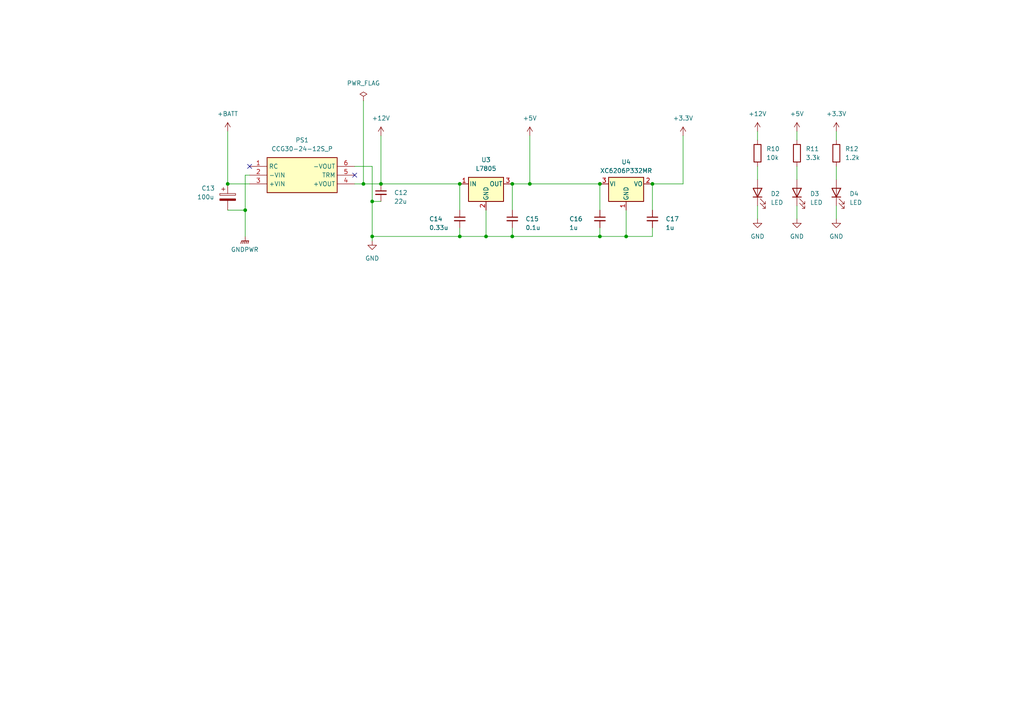
<source format=kicad_sch>
(kicad_sch (version 20230121) (generator eeschema)

  (uuid a58ec12c-fdde-4837-9b9a-1e83e0cbb2cf)

  (paper "A4")

  (lib_symbols
    (symbol "Device:C_Polarized" (pin_numbers hide) (pin_names (offset 0.254)) (in_bom yes) (on_board yes)
      (property "Reference" "C" (at 0.635 2.54 0)
        (effects (font (size 1.27 1.27)) (justify left))
      )
      (property "Value" "C_Polarized" (at 0.635 -2.54 0)
        (effects (font (size 1.27 1.27)) (justify left))
      )
      (property "Footprint" "" (at 0.9652 -3.81 0)
        (effects (font (size 1.27 1.27)) hide)
      )
      (property "Datasheet" "~" (at 0 0 0)
        (effects (font (size 1.27 1.27)) hide)
      )
      (property "ki_keywords" "cap capacitor" (at 0 0 0)
        (effects (font (size 1.27 1.27)) hide)
      )
      (property "ki_description" "Polarized capacitor" (at 0 0 0)
        (effects (font (size 1.27 1.27)) hide)
      )
      (property "ki_fp_filters" "CP_*" (at 0 0 0)
        (effects (font (size 1.27 1.27)) hide)
      )
      (symbol "C_Polarized_0_1"
        (rectangle (start -2.286 0.508) (end 2.286 1.016)
          (stroke (width 0) (type default))
          (fill (type none))
        )
        (polyline
          (pts
            (xy -1.778 2.286)
            (xy -0.762 2.286)
          )
          (stroke (width 0) (type default))
          (fill (type none))
        )
        (polyline
          (pts
            (xy -1.27 2.794)
            (xy -1.27 1.778)
          )
          (stroke (width 0) (type default))
          (fill (type none))
        )
        (rectangle (start 2.286 -0.508) (end -2.286 -1.016)
          (stroke (width 0) (type default))
          (fill (type outline))
        )
      )
      (symbol "C_Polarized_1_1"
        (pin passive line (at 0 3.81 270) (length 2.794)
          (name "~" (effects (font (size 1.27 1.27))))
          (number "1" (effects (font (size 1.27 1.27))))
        )
        (pin passive line (at 0 -3.81 90) (length 2.794)
          (name "~" (effects (font (size 1.27 1.27))))
          (number "2" (effects (font (size 1.27 1.27))))
        )
      )
    )
    (symbol "Device:C_Small" (pin_numbers hide) (pin_names (offset 0.254) hide) (in_bom yes) (on_board yes)
      (property "Reference" "C" (at 0.254 1.778 0)
        (effects (font (size 1.27 1.27)) (justify left))
      )
      (property "Value" "C_Small" (at 0.254 -2.032 0)
        (effects (font (size 1.27 1.27)) (justify left))
      )
      (property "Footprint" "" (at 0 0 0)
        (effects (font (size 1.27 1.27)) hide)
      )
      (property "Datasheet" "~" (at 0 0 0)
        (effects (font (size 1.27 1.27)) hide)
      )
      (property "ki_keywords" "capacitor cap" (at 0 0 0)
        (effects (font (size 1.27 1.27)) hide)
      )
      (property "ki_description" "Unpolarized capacitor, small symbol" (at 0 0 0)
        (effects (font (size 1.27 1.27)) hide)
      )
      (property "ki_fp_filters" "C_*" (at 0 0 0)
        (effects (font (size 1.27 1.27)) hide)
      )
      (symbol "C_Small_0_1"
        (polyline
          (pts
            (xy -1.524 -0.508)
            (xy 1.524 -0.508)
          )
          (stroke (width 0.3302) (type default))
          (fill (type none))
        )
        (polyline
          (pts
            (xy -1.524 0.508)
            (xy 1.524 0.508)
          )
          (stroke (width 0.3048) (type default))
          (fill (type none))
        )
      )
      (symbol "C_Small_1_1"
        (pin passive line (at 0 2.54 270) (length 2.032)
          (name "~" (effects (font (size 1.27 1.27))))
          (number "1" (effects (font (size 1.27 1.27))))
        )
        (pin passive line (at 0 -2.54 90) (length 2.032)
          (name "~" (effects (font (size 1.27 1.27))))
          (number "2" (effects (font (size 1.27 1.27))))
        )
      )
    )
    (symbol "Device:LED" (pin_numbers hide) (pin_names (offset 1.016) hide) (in_bom yes) (on_board yes)
      (property "Reference" "D" (at 0 2.54 0)
        (effects (font (size 1.27 1.27)))
      )
      (property "Value" "LED" (at 0 -2.54 0)
        (effects (font (size 1.27 1.27)))
      )
      (property "Footprint" "" (at 0 0 0)
        (effects (font (size 1.27 1.27)) hide)
      )
      (property "Datasheet" "~" (at 0 0 0)
        (effects (font (size 1.27 1.27)) hide)
      )
      (property "ki_keywords" "LED diode" (at 0 0 0)
        (effects (font (size 1.27 1.27)) hide)
      )
      (property "ki_description" "Light emitting diode" (at 0 0 0)
        (effects (font (size 1.27 1.27)) hide)
      )
      (property "ki_fp_filters" "LED* LED_SMD:* LED_THT:*" (at 0 0 0)
        (effects (font (size 1.27 1.27)) hide)
      )
      (symbol "LED_0_1"
        (polyline
          (pts
            (xy -1.27 -1.27)
            (xy -1.27 1.27)
          )
          (stroke (width 0.254) (type default))
          (fill (type none))
        )
        (polyline
          (pts
            (xy -1.27 0)
            (xy 1.27 0)
          )
          (stroke (width 0) (type default))
          (fill (type none))
        )
        (polyline
          (pts
            (xy 1.27 -1.27)
            (xy 1.27 1.27)
            (xy -1.27 0)
            (xy 1.27 -1.27)
          )
          (stroke (width 0.254) (type default))
          (fill (type none))
        )
        (polyline
          (pts
            (xy -3.048 -0.762)
            (xy -4.572 -2.286)
            (xy -3.81 -2.286)
            (xy -4.572 -2.286)
            (xy -4.572 -1.524)
          )
          (stroke (width 0) (type default))
          (fill (type none))
        )
        (polyline
          (pts
            (xy -1.778 -0.762)
            (xy -3.302 -2.286)
            (xy -2.54 -2.286)
            (xy -3.302 -2.286)
            (xy -3.302 -1.524)
          )
          (stroke (width 0) (type default))
          (fill (type none))
        )
      )
      (symbol "LED_1_1"
        (pin passive line (at -3.81 0 0) (length 2.54)
          (name "K" (effects (font (size 1.27 1.27))))
          (number "1" (effects (font (size 1.27 1.27))))
        )
        (pin passive line (at 3.81 0 180) (length 2.54)
          (name "A" (effects (font (size 1.27 1.27))))
          (number "2" (effects (font (size 1.27 1.27))))
        )
      )
    )
    (symbol "Device:R" (pin_numbers hide) (pin_names (offset 0)) (in_bom yes) (on_board yes)
      (property "Reference" "R" (at 2.032 0 90)
        (effects (font (size 1.27 1.27)))
      )
      (property "Value" "R" (at 0 0 90)
        (effects (font (size 1.27 1.27)))
      )
      (property "Footprint" "" (at -1.778 0 90)
        (effects (font (size 1.27 1.27)) hide)
      )
      (property "Datasheet" "~" (at 0 0 0)
        (effects (font (size 1.27 1.27)) hide)
      )
      (property "ki_keywords" "R res resistor" (at 0 0 0)
        (effects (font (size 1.27 1.27)) hide)
      )
      (property "ki_description" "Resistor" (at 0 0 0)
        (effects (font (size 1.27 1.27)) hide)
      )
      (property "ki_fp_filters" "R_*" (at 0 0 0)
        (effects (font (size 1.27 1.27)) hide)
      )
      (symbol "R_0_1"
        (rectangle (start -1.016 -2.54) (end 1.016 2.54)
          (stroke (width 0.254) (type default))
          (fill (type none))
        )
      )
      (symbol "R_1_1"
        (pin passive line (at 0 3.81 270) (length 1.27)
          (name "~" (effects (font (size 1.27 1.27))))
          (number "1" (effects (font (size 1.27 1.27))))
        )
        (pin passive line (at 0 -3.81 90) (length 1.27)
          (name "~" (effects (font (size 1.27 1.27))))
          (number "2" (effects (font (size 1.27 1.27))))
        )
      )
    )
    (symbol "Regulator_Linear:L7805" (pin_names (offset 0.254)) (in_bom yes) (on_board yes)
      (property "Reference" "U" (at -3.81 3.175 0)
        (effects (font (size 1.27 1.27)))
      )
      (property "Value" "L7805" (at 0 3.175 0)
        (effects (font (size 1.27 1.27)) (justify left))
      )
      (property "Footprint" "" (at 0.635 -3.81 0)
        (effects (font (size 1.27 1.27) italic) (justify left) hide)
      )
      (property "Datasheet" "http://www.st.com/content/ccc/resource/technical/document/datasheet/41/4f/b3/b0/12/d4/47/88/CD00000444.pdf/files/CD00000444.pdf/jcr:content/translations/en.CD00000444.pdf" (at 0 -1.27 0)
        (effects (font (size 1.27 1.27)) hide)
      )
      (property "ki_keywords" "Voltage Regulator 1.5A Positive" (at 0 0 0)
        (effects (font (size 1.27 1.27)) hide)
      )
      (property "ki_description" "Positive 1.5A 35V Linear Regulator, Fixed Output 5V, TO-220/TO-263/TO-252" (at 0 0 0)
        (effects (font (size 1.27 1.27)) hide)
      )
      (property "ki_fp_filters" "TO?252* TO?263* TO?220*" (at 0 0 0)
        (effects (font (size 1.27 1.27)) hide)
      )
      (symbol "L7805_0_1"
        (rectangle (start -5.08 1.905) (end 5.08 -5.08)
          (stroke (width 0.254) (type default))
          (fill (type background))
        )
      )
      (symbol "L7805_1_1"
        (pin power_in line (at -7.62 0 0) (length 2.54)
          (name "IN" (effects (font (size 1.27 1.27))))
          (number "1" (effects (font (size 1.27 1.27))))
        )
        (pin power_in line (at 0 -7.62 90) (length 2.54)
          (name "GND" (effects (font (size 1.27 1.27))))
          (number "2" (effects (font (size 1.27 1.27))))
        )
        (pin power_out line (at 7.62 0 180) (length 2.54)
          (name "OUT" (effects (font (size 1.27 1.27))))
          (number "3" (effects (font (size 1.27 1.27))))
        )
      )
    )
    (symbol "Regulator_Linear:XC6206PxxxMR" (pin_names (offset 0.254)) (in_bom yes) (on_board yes)
      (property "Reference" "U" (at -3.81 3.175 0)
        (effects (font (size 1.27 1.27)))
      )
      (property "Value" "XC6206PxxxMR" (at 0 3.175 0)
        (effects (font (size 1.27 1.27)) (justify left))
      )
      (property "Footprint" "Package_TO_SOT_SMD:SOT-23-3" (at 0 5.715 0)
        (effects (font (size 1.27 1.27) italic) hide)
      )
      (property "Datasheet" "https://www.torexsemi.com/file/xc6206/XC6206.pdf" (at 0 0 0)
        (effects (font (size 1.27 1.27)) hide)
      )
      (property "ki_keywords" "Torex LDO Voltage Regulator Fixed Positive" (at 0 0 0)
        (effects (font (size 1.27 1.27)) hide)
      )
      (property "ki_description" "Positive 60-250mA Low Dropout Regulator, Fixed Output, SOT-23" (at 0 0 0)
        (effects (font (size 1.27 1.27)) hide)
      )
      (property "ki_fp_filters" "SOT?23?3*" (at 0 0 0)
        (effects (font (size 1.27 1.27)) hide)
      )
      (symbol "XC6206PxxxMR_0_1"
        (rectangle (start -5.08 1.905) (end 5.08 -5.08)
          (stroke (width 0.254) (type default))
          (fill (type background))
        )
      )
      (symbol "XC6206PxxxMR_1_1"
        (pin power_in line (at 0 -7.62 90) (length 2.54)
          (name "GND" (effects (font (size 1.27 1.27))))
          (number "1" (effects (font (size 1.27 1.27))))
        )
        (pin power_out line (at 7.62 0 180) (length 2.54)
          (name "VO" (effects (font (size 1.27 1.27))))
          (number "2" (effects (font (size 1.27 1.27))))
        )
        (pin power_in line (at -7.62 0 0) (length 2.54)
          (name "VI" (effects (font (size 1.27 1.27))))
          (number "3" (effects (font (size 1.27 1.27))))
        )
      )
    )
    (symbol "my_library:CCG30-24-12S_P" (in_bom yes) (on_board yes)
      (property "Reference" "PS" (at 26.67 7.62 0)
        (effects (font (size 1.27 1.27)) (justify left top))
      )
      (property "Value" "CCG30-24-12S_P" (at 26.67 5.08 0)
        (effects (font (size 1.27 1.27)) (justify left top))
      )
      (property "Footprint" "my_pretty:CCG304815S" (at 26.67 -94.92 0)
        (effects (font (size 1.27 1.27)) (justify left top) hide)
      )
      (property "Datasheet" "https://product.tdk.com/system/files/dam/doc/product/power/switching-power/dc-dc-converter/catalog/ccg_e.pdf" (at 26.67 -194.92 0)
        (effects (font (size 1.27 1.27)) (justify left top) hide)
      )
      (property "Height" "9.9" (at 26.67 -394.92 0)
        (effects (font (size 1.27 1.27)) (justify left top) hide)
      )
      (property "RS Part Number" "" (at 26.67 -494.92 0)
        (effects (font (size 1.27 1.27)) (justify left top) hide)
      )
      (property "RS Price/Stock" "" (at 26.67 -594.92 0)
        (effects (font (size 1.27 1.27)) (justify left top) hide)
      )
      (property "Manufacturer_Name" "TDK Lambda" (at 26.67 -694.92 0)
        (effects (font (size 1.27 1.27)) (justify left top) hide)
      )
      (property "Manufacturer_Part_Number" "CCG30-24-12S/P" (at 26.67 -794.92 0)
        (effects (font (size 1.27 1.27)) (justify left top) hide)
      )
      (property "ki_description" "DC-DC Converters, On-board type, Output: 30W, 12V, Isolated type, Option: Positive logic ON/OFF control" (at 0 0 0)
        (effects (font (size 1.27 1.27)) hide)
      )
      (symbol "CCG30-24-12S_P_1_1"
        (rectangle (start 5.08 2.54) (end 25.4 -7.62)
          (stroke (width 0.254) (type default))
          (fill (type background))
        )
        (pin passive line (at 0 0 0) (length 5.08)
          (name "RC" (effects (font (size 1.27 1.27))))
          (number "1" (effects (font (size 1.27 1.27))))
        )
        (pin passive line (at 0 -2.54 0) (length 5.08)
          (name "-VIN" (effects (font (size 1.27 1.27))))
          (number "2" (effects (font (size 1.27 1.27))))
        )
        (pin passive line (at 0 -5.08 0) (length 5.08)
          (name "+VIN" (effects (font (size 1.27 1.27))))
          (number "3" (effects (font (size 1.27 1.27))))
        )
        (pin passive line (at 30.48 -5.08 180) (length 5.08)
          (name "+VOUT" (effects (font (size 1.27 1.27))))
          (number "4" (effects (font (size 1.27 1.27))))
        )
        (pin passive line (at 30.48 -2.54 180) (length 5.08)
          (name "TRM" (effects (font (size 1.27 1.27))))
          (number "5" (effects (font (size 1.27 1.27))))
        )
        (pin passive line (at 30.48 0 180) (length 5.08)
          (name "-VOUT" (effects (font (size 1.27 1.27))))
          (number "6" (effects (font (size 1.27 1.27))))
        )
      )
    )
    (symbol "power:+12V" (power) (pin_names (offset 0)) (in_bom yes) (on_board yes)
      (property "Reference" "#PWR" (at 0 -3.81 0)
        (effects (font (size 1.27 1.27)) hide)
      )
      (property "Value" "+12V" (at 0 3.556 0)
        (effects (font (size 1.27 1.27)))
      )
      (property "Footprint" "" (at 0 0 0)
        (effects (font (size 1.27 1.27)) hide)
      )
      (property "Datasheet" "" (at 0 0 0)
        (effects (font (size 1.27 1.27)) hide)
      )
      (property "ki_keywords" "global power" (at 0 0 0)
        (effects (font (size 1.27 1.27)) hide)
      )
      (property "ki_description" "Power symbol creates a global label with name \"+12V\"" (at 0 0 0)
        (effects (font (size 1.27 1.27)) hide)
      )
      (symbol "+12V_0_1"
        (polyline
          (pts
            (xy -0.762 1.27)
            (xy 0 2.54)
          )
          (stroke (width 0) (type default))
          (fill (type none))
        )
        (polyline
          (pts
            (xy 0 0)
            (xy 0 2.54)
          )
          (stroke (width 0) (type default))
          (fill (type none))
        )
        (polyline
          (pts
            (xy 0 2.54)
            (xy 0.762 1.27)
          )
          (stroke (width 0) (type default))
          (fill (type none))
        )
      )
      (symbol "+12V_1_1"
        (pin power_in line (at 0 0 90) (length 0) hide
          (name "+12V" (effects (font (size 1.27 1.27))))
          (number "1" (effects (font (size 1.27 1.27))))
        )
      )
    )
    (symbol "power:+3.3V" (power) (pin_names (offset 0)) (in_bom yes) (on_board yes)
      (property "Reference" "#PWR" (at 0 -3.81 0)
        (effects (font (size 1.27 1.27)) hide)
      )
      (property "Value" "+3.3V" (at 0 3.556 0)
        (effects (font (size 1.27 1.27)))
      )
      (property "Footprint" "" (at 0 0 0)
        (effects (font (size 1.27 1.27)) hide)
      )
      (property "Datasheet" "" (at 0 0 0)
        (effects (font (size 1.27 1.27)) hide)
      )
      (property "ki_keywords" "global power" (at 0 0 0)
        (effects (font (size 1.27 1.27)) hide)
      )
      (property "ki_description" "Power symbol creates a global label with name \"+3.3V\"" (at 0 0 0)
        (effects (font (size 1.27 1.27)) hide)
      )
      (symbol "+3.3V_0_1"
        (polyline
          (pts
            (xy -0.762 1.27)
            (xy 0 2.54)
          )
          (stroke (width 0) (type default))
          (fill (type none))
        )
        (polyline
          (pts
            (xy 0 0)
            (xy 0 2.54)
          )
          (stroke (width 0) (type default))
          (fill (type none))
        )
        (polyline
          (pts
            (xy 0 2.54)
            (xy 0.762 1.27)
          )
          (stroke (width 0) (type default))
          (fill (type none))
        )
      )
      (symbol "+3.3V_1_1"
        (pin power_in line (at 0 0 90) (length 0) hide
          (name "+3.3V" (effects (font (size 1.27 1.27))))
          (number "1" (effects (font (size 1.27 1.27))))
        )
      )
    )
    (symbol "power:+5V" (power) (pin_names (offset 0)) (in_bom yes) (on_board yes)
      (property "Reference" "#PWR" (at 0 -3.81 0)
        (effects (font (size 1.27 1.27)) hide)
      )
      (property "Value" "+5V" (at 0 3.556 0)
        (effects (font (size 1.27 1.27)))
      )
      (property "Footprint" "" (at 0 0 0)
        (effects (font (size 1.27 1.27)) hide)
      )
      (property "Datasheet" "" (at 0 0 0)
        (effects (font (size 1.27 1.27)) hide)
      )
      (property "ki_keywords" "global power" (at 0 0 0)
        (effects (font (size 1.27 1.27)) hide)
      )
      (property "ki_description" "Power symbol creates a global label with name \"+5V\"" (at 0 0 0)
        (effects (font (size 1.27 1.27)) hide)
      )
      (symbol "+5V_0_1"
        (polyline
          (pts
            (xy -0.762 1.27)
            (xy 0 2.54)
          )
          (stroke (width 0) (type default))
          (fill (type none))
        )
        (polyline
          (pts
            (xy 0 0)
            (xy 0 2.54)
          )
          (stroke (width 0) (type default))
          (fill (type none))
        )
        (polyline
          (pts
            (xy 0 2.54)
            (xy 0.762 1.27)
          )
          (stroke (width 0) (type default))
          (fill (type none))
        )
      )
      (symbol "+5V_1_1"
        (pin power_in line (at 0 0 90) (length 0) hide
          (name "+5V" (effects (font (size 1.27 1.27))))
          (number "1" (effects (font (size 1.27 1.27))))
        )
      )
    )
    (symbol "power:+BATT" (power) (pin_names (offset 0)) (in_bom yes) (on_board yes)
      (property "Reference" "#PWR" (at 0 -3.81 0)
        (effects (font (size 1.27 1.27)) hide)
      )
      (property "Value" "+BATT" (at 0 3.556 0)
        (effects (font (size 1.27 1.27)))
      )
      (property "Footprint" "" (at 0 0 0)
        (effects (font (size 1.27 1.27)) hide)
      )
      (property "Datasheet" "" (at 0 0 0)
        (effects (font (size 1.27 1.27)) hide)
      )
      (property "ki_keywords" "global power battery" (at 0 0 0)
        (effects (font (size 1.27 1.27)) hide)
      )
      (property "ki_description" "Power symbol creates a global label with name \"+BATT\"" (at 0 0 0)
        (effects (font (size 1.27 1.27)) hide)
      )
      (symbol "+BATT_0_1"
        (polyline
          (pts
            (xy -0.762 1.27)
            (xy 0 2.54)
          )
          (stroke (width 0) (type default))
          (fill (type none))
        )
        (polyline
          (pts
            (xy 0 0)
            (xy 0 2.54)
          )
          (stroke (width 0) (type default))
          (fill (type none))
        )
        (polyline
          (pts
            (xy 0 2.54)
            (xy 0.762 1.27)
          )
          (stroke (width 0) (type default))
          (fill (type none))
        )
      )
      (symbol "+BATT_1_1"
        (pin power_in line (at 0 0 90) (length 0) hide
          (name "+BATT" (effects (font (size 1.27 1.27))))
          (number "1" (effects (font (size 1.27 1.27))))
        )
      )
    )
    (symbol "power:GND" (power) (pin_names (offset 0)) (in_bom yes) (on_board yes)
      (property "Reference" "#PWR" (at 0 -6.35 0)
        (effects (font (size 1.27 1.27)) hide)
      )
      (property "Value" "GND" (at 0 -3.81 0)
        (effects (font (size 1.27 1.27)))
      )
      (property "Footprint" "" (at 0 0 0)
        (effects (font (size 1.27 1.27)) hide)
      )
      (property "Datasheet" "" (at 0 0 0)
        (effects (font (size 1.27 1.27)) hide)
      )
      (property "ki_keywords" "global power" (at 0 0 0)
        (effects (font (size 1.27 1.27)) hide)
      )
      (property "ki_description" "Power symbol creates a global label with name \"GND\" , ground" (at 0 0 0)
        (effects (font (size 1.27 1.27)) hide)
      )
      (symbol "GND_0_1"
        (polyline
          (pts
            (xy 0 0)
            (xy 0 -1.27)
            (xy 1.27 -1.27)
            (xy 0 -2.54)
            (xy -1.27 -1.27)
            (xy 0 -1.27)
          )
          (stroke (width 0) (type default))
          (fill (type none))
        )
      )
      (symbol "GND_1_1"
        (pin power_in line (at 0 0 270) (length 0) hide
          (name "GND" (effects (font (size 1.27 1.27))))
          (number "1" (effects (font (size 1.27 1.27))))
        )
      )
    )
    (symbol "power:GNDPWR" (power) (pin_names (offset 0)) (in_bom yes) (on_board yes)
      (property "Reference" "#PWR" (at 0 -5.08 0)
        (effects (font (size 1.27 1.27)) hide)
      )
      (property "Value" "GNDPWR" (at 0 -3.302 0)
        (effects (font (size 1.27 1.27)))
      )
      (property "Footprint" "" (at 0 -1.27 0)
        (effects (font (size 1.27 1.27)) hide)
      )
      (property "Datasheet" "" (at 0 -1.27 0)
        (effects (font (size 1.27 1.27)) hide)
      )
      (property "ki_keywords" "global ground" (at 0 0 0)
        (effects (font (size 1.27 1.27)) hide)
      )
      (property "ki_description" "Power symbol creates a global label with name \"GNDPWR\" , global ground" (at 0 0 0)
        (effects (font (size 1.27 1.27)) hide)
      )
      (symbol "GNDPWR_0_1"
        (polyline
          (pts
            (xy 0 -1.27)
            (xy 0 0)
          )
          (stroke (width 0) (type default))
          (fill (type none))
        )
        (polyline
          (pts
            (xy -1.016 -1.27)
            (xy -1.27 -2.032)
            (xy -1.27 -2.032)
          )
          (stroke (width 0.2032) (type default))
          (fill (type none))
        )
        (polyline
          (pts
            (xy -0.508 -1.27)
            (xy -0.762 -2.032)
            (xy -0.762 -2.032)
          )
          (stroke (width 0.2032) (type default))
          (fill (type none))
        )
        (polyline
          (pts
            (xy 0 -1.27)
            (xy -0.254 -2.032)
            (xy -0.254 -2.032)
          )
          (stroke (width 0.2032) (type default))
          (fill (type none))
        )
        (polyline
          (pts
            (xy 0.508 -1.27)
            (xy 0.254 -2.032)
            (xy 0.254 -2.032)
          )
          (stroke (width 0.2032) (type default))
          (fill (type none))
        )
        (polyline
          (pts
            (xy 1.016 -1.27)
            (xy -1.016 -1.27)
            (xy -1.016 -1.27)
          )
          (stroke (width 0.2032) (type default))
          (fill (type none))
        )
        (polyline
          (pts
            (xy 1.016 -1.27)
            (xy 0.762 -2.032)
            (xy 0.762 -2.032)
            (xy 0.762 -2.032)
          )
          (stroke (width 0.2032) (type default))
          (fill (type none))
        )
      )
      (symbol "GNDPWR_1_1"
        (pin power_in line (at 0 0 270) (length 0) hide
          (name "GNDPWR" (effects (font (size 1.27 1.27))))
          (number "1" (effects (font (size 1.27 1.27))))
        )
      )
    )
    (symbol "power:PWR_FLAG" (power) (pin_numbers hide) (pin_names (offset 0) hide) (in_bom yes) (on_board yes)
      (property "Reference" "#FLG" (at 0 1.905 0)
        (effects (font (size 1.27 1.27)) hide)
      )
      (property "Value" "PWR_FLAG" (at 0 3.81 0)
        (effects (font (size 1.27 1.27)))
      )
      (property "Footprint" "" (at 0 0 0)
        (effects (font (size 1.27 1.27)) hide)
      )
      (property "Datasheet" "~" (at 0 0 0)
        (effects (font (size 1.27 1.27)) hide)
      )
      (property "ki_keywords" "flag power" (at 0 0 0)
        (effects (font (size 1.27 1.27)) hide)
      )
      (property "ki_description" "Special symbol for telling ERC where power comes from" (at 0 0 0)
        (effects (font (size 1.27 1.27)) hide)
      )
      (symbol "PWR_FLAG_0_0"
        (pin power_out line (at 0 0 90) (length 0)
          (name "pwr" (effects (font (size 1.27 1.27))))
          (number "1" (effects (font (size 1.27 1.27))))
        )
      )
      (symbol "PWR_FLAG_0_1"
        (polyline
          (pts
            (xy 0 0)
            (xy 0 1.27)
            (xy -1.016 1.905)
            (xy 0 2.54)
            (xy 1.016 1.905)
            (xy 0 1.27)
          )
          (stroke (width 0) (type default))
          (fill (type none))
        )
      )
    )
  )

  (junction (at 181.61 68.58) (diameter 0) (color 0 0 0 0)
    (uuid 2365cf9c-d301-4ac9-9fad-5735d6663efe)
  )
  (junction (at 71.12 60.96) (diameter 0) (color 0 0 0 0)
    (uuid 24e868c1-2d31-4639-9214-d3b8fb9e74d2)
  )
  (junction (at 148.59 68.58) (diameter 0) (color 0 0 0 0)
    (uuid 292d97fa-d7aa-4968-b2fb-4251332104f7)
  )
  (junction (at 148.59 53.34) (diameter 0) (color 0 0 0 0)
    (uuid 3a8b43df-9c8b-4eb0-8fb0-5a52d6cfd29c)
  )
  (junction (at 140.97 68.58) (diameter 0) (color 0 0 0 0)
    (uuid 556b36d1-39fc-478e-aace-c982850bcb99)
  )
  (junction (at 133.35 68.58) (diameter 0) (color 0 0 0 0)
    (uuid 7b955669-9fe3-4d82-8922-6afd5e40c673)
  )
  (junction (at 173.99 53.34) (diameter 0) (color 0 0 0 0)
    (uuid 8b224211-8385-408c-a384-fcbf3b0c1cd7)
  )
  (junction (at 110.49 53.34) (diameter 0) (color 0 0 0 0)
    (uuid 9f61b46f-97a7-46e5-a6dd-e973188ebdae)
  )
  (junction (at 189.23 53.34) (diameter 0) (color 0 0 0 0)
    (uuid a33d8f3b-2f1d-4035-ada6-86ba7a112229)
  )
  (junction (at 66.04 53.34) (diameter 0) (color 0 0 0 0)
    (uuid b30c9b1d-e402-43fb-a3a9-09f6ef82ab02)
  )
  (junction (at 105.41 53.34) (diameter 0) (color 0 0 0 0)
    (uuid b67c9dba-7374-4d70-915e-ef15694a25b9)
  )
  (junction (at 133.35 53.34) (diameter 0) (color 0 0 0 0)
    (uuid b8af17f7-0405-4b0d-a3ec-8efd19b116e9)
  )
  (junction (at 153.67 53.34) (diameter 0) (color 0 0 0 0)
    (uuid bfb70fa1-63c8-4489-b5f8-831be65af5d7)
  )
  (junction (at 173.99 68.58) (diameter 0) (color 0 0 0 0)
    (uuid c4b67a7d-aa75-4a92-b073-46f7b78f453d)
  )
  (junction (at 107.95 58.42) (diameter 0) (color 0 0 0 0)
    (uuid c8a06bb0-a589-4304-bc24-44748cc97980)
  )
  (junction (at 107.95 68.58) (diameter 0) (color 0 0 0 0)
    (uuid d7413cc7-9c39-4145-993f-a190d5c5ff9c)
  )

  (no_connect (at 102.87 50.8) (uuid 9b12439a-9e1d-4361-ac56-4212131f2fb5))
  (no_connect (at 72.39 48.26) (uuid ef1d7210-9fd4-4b3b-a19b-e8d1ff799b1c))

  (wire (pts (xy 102.87 53.34) (xy 105.41 53.34))
    (stroke (width 0) (type default))
    (uuid 05324756-024b-40c6-a2b0-678fabd1908d)
  )
  (wire (pts (xy 242.57 48.26) (xy 242.57 52.07))
    (stroke (width 0) (type default))
    (uuid 104de713-80db-49e3-b3c7-e781e9b0af63)
  )
  (wire (pts (xy 107.95 48.26) (xy 107.95 58.42))
    (stroke (width 0) (type default))
    (uuid 1380f0e2-76e8-408e-b02a-786bc594dd70)
  )
  (wire (pts (xy 173.99 68.58) (xy 148.59 68.58))
    (stroke (width 0) (type default))
    (uuid 1d0647b5-2007-4ec5-8c4e-1c0667f408bd)
  )
  (wire (pts (xy 105.41 53.34) (xy 110.49 53.34))
    (stroke (width 0) (type default))
    (uuid 1fe87bf9-175c-46f1-8ecd-71212e9d0df2)
  )
  (wire (pts (xy 66.04 38.1) (xy 66.04 53.34))
    (stroke (width 0) (type default))
    (uuid 2a517e45-e9a9-43f2-8db9-d5720fd8a5bf)
  )
  (wire (pts (xy 107.95 58.42) (xy 107.95 68.58))
    (stroke (width 0) (type default))
    (uuid 2e008408-55ed-46b7-aaa9-1a36780cf8a6)
  )
  (wire (pts (xy 231.14 59.69) (xy 231.14 63.5))
    (stroke (width 0) (type default))
    (uuid 352693ad-e013-4665-ba1f-f78a651cbd4d)
  )
  (wire (pts (xy 189.23 66.04) (xy 189.23 68.58))
    (stroke (width 0) (type default))
    (uuid 3842c87d-4127-42ce-a19f-22ccc174b616)
  )
  (wire (pts (xy 189.23 68.58) (xy 181.61 68.58))
    (stroke (width 0) (type default))
    (uuid 44d6eddb-75fa-4262-994a-7df595965a84)
  )
  (wire (pts (xy 72.39 50.8) (xy 71.12 50.8))
    (stroke (width 0) (type default))
    (uuid 4a2fa6cd-01f5-42d0-aa41-b09020783b16)
  )
  (wire (pts (xy 198.12 53.34) (xy 189.23 53.34))
    (stroke (width 0) (type default))
    (uuid 4c743744-a943-4c80-8eb7-2875c4f9fb4d)
  )
  (wire (pts (xy 219.71 48.26) (xy 219.71 52.07))
    (stroke (width 0) (type default))
    (uuid 4e2c9ca4-dc7d-4dc0-81a5-b2cf94901a4a)
  )
  (wire (pts (xy 148.59 53.34) (xy 148.59 60.96))
    (stroke (width 0) (type default))
    (uuid 4e8655f1-c5a1-4eb5-a605-ae5a67a60724)
  )
  (wire (pts (xy 71.12 50.8) (xy 71.12 60.96))
    (stroke (width 0) (type default))
    (uuid 514d14e1-ce6c-4913-b5c4-a0b59b8fb3dc)
  )
  (wire (pts (xy 181.61 60.96) (xy 181.61 68.58))
    (stroke (width 0) (type default))
    (uuid 5f243130-940d-402d-a18e-33096d068282)
  )
  (wire (pts (xy 219.71 38.1) (xy 219.71 40.64))
    (stroke (width 0) (type default))
    (uuid 654225c8-f979-497c-92a2-86834390caa2)
  )
  (wire (pts (xy 148.59 53.34) (xy 153.67 53.34))
    (stroke (width 0) (type default))
    (uuid 6940f79e-0b34-4f6a-8c28-2aac08d51a9a)
  )
  (wire (pts (xy 110.49 39.37) (xy 110.49 53.34))
    (stroke (width 0) (type default))
    (uuid 69eabfba-dd2e-4e9f-8577-dd5b4e936ad5)
  )
  (wire (pts (xy 219.71 59.69) (xy 219.71 63.5))
    (stroke (width 0) (type default))
    (uuid 6c72374a-bc83-4a30-8af2-cb9f98ec289a)
  )
  (wire (pts (xy 71.12 60.96) (xy 71.12 68.58))
    (stroke (width 0) (type default))
    (uuid 717744c3-add5-484a-93c9-381e98093aff)
  )
  (wire (pts (xy 140.97 68.58) (xy 133.35 68.58))
    (stroke (width 0) (type default))
    (uuid 864355ac-4fdd-4021-bed8-1ccd4af4fa5a)
  )
  (wire (pts (xy 133.35 53.34) (xy 133.35 60.96))
    (stroke (width 0) (type default))
    (uuid 9514d339-2e5e-4358-9b3d-43e8bbd8e19c)
  )
  (wire (pts (xy 140.97 60.96) (xy 140.97 68.58))
    (stroke (width 0) (type default))
    (uuid 9815e16e-5f38-493d-b3ce-dd9209056ad7)
  )
  (wire (pts (xy 133.35 68.58) (xy 107.95 68.58))
    (stroke (width 0) (type default))
    (uuid 995b2203-81d3-4a02-89c1-7793783307c0)
  )
  (wire (pts (xy 148.59 68.58) (xy 140.97 68.58))
    (stroke (width 0) (type default))
    (uuid a55e32b8-6011-4256-85c0-baf4223e4647)
  )
  (wire (pts (xy 107.95 68.58) (xy 107.95 69.85))
    (stroke (width 0) (type default))
    (uuid a7bdebc3-0eaa-4124-857c-b64a91527369)
  )
  (wire (pts (xy 231.14 38.1) (xy 231.14 40.64))
    (stroke (width 0) (type default))
    (uuid a7f1a181-3d75-4751-9775-3273770df705)
  )
  (wire (pts (xy 107.95 58.42) (xy 110.49 58.42))
    (stroke (width 0) (type default))
    (uuid a8dd3f83-fb8c-4b76-8787-2c28da0ed704)
  )
  (wire (pts (xy 153.67 39.37) (xy 153.67 53.34))
    (stroke (width 0) (type default))
    (uuid c5d8e328-0526-4bc0-b31d-0d8adbfe18cc)
  )
  (wire (pts (xy 153.67 53.34) (xy 173.99 53.34))
    (stroke (width 0) (type default))
    (uuid c6adcd30-5df1-4528-8403-3ff7239f2cfe)
  )
  (wire (pts (xy 173.99 53.34) (xy 173.99 60.96))
    (stroke (width 0) (type default))
    (uuid c704d2fd-8874-4189-b2ea-e51abb469533)
  )
  (wire (pts (xy 181.61 68.58) (xy 173.99 68.58))
    (stroke (width 0) (type default))
    (uuid c8d31881-5d9e-425e-8372-4ee6d742d6a6)
  )
  (wire (pts (xy 189.23 53.34) (xy 189.23 60.96))
    (stroke (width 0) (type default))
    (uuid cf5beb67-ab1a-447a-8f57-d06a38a583cd)
  )
  (wire (pts (xy 231.14 48.26) (xy 231.14 52.07))
    (stroke (width 0) (type default))
    (uuid d1e75179-03ae-4965-9d00-898400a1d2a5)
  )
  (wire (pts (xy 102.87 48.26) (xy 107.95 48.26))
    (stroke (width 0) (type default))
    (uuid d2fb9275-efef-48de-83bc-a88f4f0812ca)
  )
  (wire (pts (xy 66.04 53.34) (xy 72.39 53.34))
    (stroke (width 0) (type default))
    (uuid d78a3ebb-03fc-4b38-98c8-050cfcbe7d4a)
  )
  (wire (pts (xy 66.04 60.96) (xy 71.12 60.96))
    (stroke (width 0) (type default))
    (uuid d869c7ea-8204-4076-82a2-90cf56c9f971)
  )
  (wire (pts (xy 173.99 66.04) (xy 173.99 68.58))
    (stroke (width 0) (type default))
    (uuid db11646d-fb43-448e-a017-0ee3eba76d04)
  )
  (wire (pts (xy 105.41 29.21) (xy 105.41 53.34))
    (stroke (width 0) (type default))
    (uuid e2cf3816-3a7c-49df-8cd7-8ed65ddcedc8)
  )
  (wire (pts (xy 198.12 39.37) (xy 198.12 53.34))
    (stroke (width 0) (type default))
    (uuid e3f5dd63-89a7-4ca7-96b3-7174ff382663)
  )
  (wire (pts (xy 110.49 53.34) (xy 133.35 53.34))
    (stroke (width 0) (type default))
    (uuid e94a933f-870c-455d-b2cb-7cf54e9df8b8)
  )
  (wire (pts (xy 148.59 66.04) (xy 148.59 68.58))
    (stroke (width 0) (type default))
    (uuid eaa9d7a5-d38c-420e-b6ad-61d4c2202007)
  )
  (wire (pts (xy 133.35 66.04) (xy 133.35 68.58))
    (stroke (width 0) (type default))
    (uuid ed4829c7-e929-456b-97af-d9170c049301)
  )
  (wire (pts (xy 242.57 38.1) (xy 242.57 40.64))
    (stroke (width 0) (type default))
    (uuid eeeb8a26-e7cb-410e-a33f-a4c9d58d3246)
  )
  (wire (pts (xy 242.57 59.69) (xy 242.57 63.5))
    (stroke (width 0) (type default))
    (uuid f0c77352-8afa-402f-a6ea-7261c90260e8)
  )

  (symbol (lib_id "Device:C_Small") (at 148.59 63.5 0) (unit 1)
    (in_bom yes) (on_board yes) (dnp no)
    (uuid 04a0e4e7-811e-45b3-9b2e-5af5dabe0fe5)
    (property "Reference" "C15" (at 152.4 63.5 0)
      (effects (font (size 1.27 1.27)) (justify left))
    )
    (property "Value" "0.1u" (at 152.4 66.04 0)
      (effects (font (size 1.27 1.27)) (justify left))
    )
    (property "Footprint" "Capacitor_SMD:C_0603_1608Metric" (at 148.59 63.5 0)
      (effects (font (size 1.27 1.27)) hide)
    )
    (property "Datasheet" "~" (at 148.59 63.5 0)
      (effects (font (size 1.27 1.27)) hide)
    )
    (pin "1" (uuid f437dad6-32fd-4b4f-985e-21d36774585d))
    (pin "2" (uuid 505bac2c-0526-4486-9c1c-d8230d770a21))
    (instances
      (project "tsukuba_challenge"
        (path "/55f88ae9-9831-47be-a185-734020e38c84/e06149c2-c1e9-4f0e-85ba-d98bc223faee"
          (reference "C15") (unit 1)
        )
      )
    )
  )

  (symbol (lib_id "power:GND") (at 242.57 63.5 0) (unit 1)
    (in_bom yes) (on_board yes) (dnp no) (fields_autoplaced)
    (uuid 0eb8542a-8127-40d9-8f28-e83747cb4714)
    (property "Reference" "#PWR034" (at 242.57 69.85 0)
      (effects (font (size 1.27 1.27)) hide)
    )
    (property "Value" "GND" (at 242.57 68.58 0)
      (effects (font (size 1.27 1.27)))
    )
    (property "Footprint" "" (at 242.57 63.5 0)
      (effects (font (size 1.27 1.27)) hide)
    )
    (property "Datasheet" "" (at 242.57 63.5 0)
      (effects (font (size 1.27 1.27)) hide)
    )
    (pin "1" (uuid 7857ca04-a0f6-4eb9-8080-fbde37ae2480))
    (instances
      (project "tsukuba_challenge"
        (path "/55f88ae9-9831-47be-a185-734020e38c84/e06149c2-c1e9-4f0e-85ba-d98bc223faee"
          (reference "#PWR034") (unit 1)
        )
      )
    )
  )

  (symbol (lib_id "power:GND") (at 219.71 63.5 0) (unit 1)
    (in_bom yes) (on_board yes) (dnp no) (fields_autoplaced)
    (uuid 23e3a170-2a98-4fb5-98f2-575e1896fe2a)
    (property "Reference" "#PWR032" (at 219.71 69.85 0)
      (effects (font (size 1.27 1.27)) hide)
    )
    (property "Value" "GND" (at 219.71 68.58 0)
      (effects (font (size 1.27 1.27)))
    )
    (property "Footprint" "" (at 219.71 63.5 0)
      (effects (font (size 1.27 1.27)) hide)
    )
    (property "Datasheet" "" (at 219.71 63.5 0)
      (effects (font (size 1.27 1.27)) hide)
    )
    (pin "1" (uuid c7ee2b5e-12fb-46df-9b4b-ec2bbb7b7a25))
    (instances
      (project "tsukuba_challenge"
        (path "/55f88ae9-9831-47be-a185-734020e38c84/e06149c2-c1e9-4f0e-85ba-d98bc223faee"
          (reference "#PWR032") (unit 1)
        )
      )
    )
  )

  (symbol (lib_id "power:+BATT") (at 66.04 38.1 0) (unit 1)
    (in_bom yes) (on_board yes) (dnp no) (fields_autoplaced)
    (uuid 38684512-21d2-42a3-9748-830ac12c114e)
    (property "Reference" "#PWR025" (at 66.04 41.91 0)
      (effects (font (size 1.27 1.27)) hide)
    )
    (property "Value" "+BATT" (at 66.04 33.02 0)
      (effects (font (size 1.27 1.27)))
    )
    (property "Footprint" "" (at 66.04 38.1 0)
      (effects (font (size 1.27 1.27)) hide)
    )
    (property "Datasheet" "" (at 66.04 38.1 0)
      (effects (font (size 1.27 1.27)) hide)
    )
    (pin "1" (uuid f1f8c8da-8c1e-496d-9548-27c7924f37a5))
    (instances
      (project "tsukuba_challenge"
        (path "/55f88ae9-9831-47be-a185-734020e38c84/e06149c2-c1e9-4f0e-85ba-d98bc223faee"
          (reference "#PWR025") (unit 1)
        )
      )
    )
  )

  (symbol (lib_id "Device:R") (at 231.14 44.45 0) (unit 1)
    (in_bom yes) (on_board yes) (dnp no) (fields_autoplaced)
    (uuid 41296c09-42e1-417c-aa39-6f1294396c7b)
    (property "Reference" "R11" (at 233.68 43.18 0)
      (effects (font (size 1.27 1.27)) (justify left))
    )
    (property "Value" "3.3k" (at 233.68 45.72 0)
      (effects (font (size 1.27 1.27)) (justify left))
    )
    (property "Footprint" "Resistor_SMD:R_0603_1608Metric" (at 229.362 44.45 90)
      (effects (font (size 1.27 1.27)) hide)
    )
    (property "Datasheet" "~" (at 231.14 44.45 0)
      (effects (font (size 1.27 1.27)) hide)
    )
    (pin "1" (uuid 47753b3a-52d8-4b4f-bd30-231728989b15))
    (pin "2" (uuid 41a13dba-1726-4da9-9cf0-807492740094))
    (instances
      (project "tsukuba_challenge"
        (path "/55f88ae9-9831-47be-a185-734020e38c84/e06149c2-c1e9-4f0e-85ba-d98bc223faee"
          (reference "R11") (unit 1)
        )
      )
    )
  )

  (symbol (lib_id "Device:R") (at 242.57 44.45 0) (unit 1)
    (in_bom yes) (on_board yes) (dnp no) (fields_autoplaced)
    (uuid 49bf1a58-3026-495a-abf5-4c4039301098)
    (property "Reference" "R12" (at 245.11 43.18 0)
      (effects (font (size 1.27 1.27)) (justify left))
    )
    (property "Value" "1.2k" (at 245.11 45.72 0)
      (effects (font (size 1.27 1.27)) (justify left))
    )
    (property "Footprint" "Resistor_SMD:R_0603_1608Metric" (at 240.792 44.45 90)
      (effects (font (size 1.27 1.27)) hide)
    )
    (property "Datasheet" "~" (at 242.57 44.45 0)
      (effects (font (size 1.27 1.27)) hide)
    )
    (pin "1" (uuid e6256812-ef70-4428-8f7d-51c2f39bb885))
    (pin "2" (uuid 5fb0b791-70b9-4cf5-bf0a-75050a658fa1))
    (instances
      (project "tsukuba_challenge"
        (path "/55f88ae9-9831-47be-a185-734020e38c84/e06149c2-c1e9-4f0e-85ba-d98bc223faee"
          (reference "R12") (unit 1)
        )
      )
    )
  )

  (symbol (lib_id "power:+5V") (at 231.14 38.1 0) (unit 1)
    (in_bom yes) (on_board yes) (dnp no) (fields_autoplaced)
    (uuid 55b7ae4f-d9d7-403f-8e0e-13a612010b69)
    (property "Reference" "#PWR027" (at 231.14 41.91 0)
      (effects (font (size 1.27 1.27)) hide)
    )
    (property "Value" "+5V" (at 231.14 33.02 0)
      (effects (font (size 1.27 1.27)))
    )
    (property "Footprint" "" (at 231.14 38.1 0)
      (effects (font (size 1.27 1.27)) hide)
    )
    (property "Datasheet" "" (at 231.14 38.1 0)
      (effects (font (size 1.27 1.27)) hide)
    )
    (pin "1" (uuid e0e7203a-542d-4b78-9d85-952a88a7d538))
    (instances
      (project "tsukuba_challenge"
        (path "/55f88ae9-9831-47be-a185-734020e38c84/e06149c2-c1e9-4f0e-85ba-d98bc223faee"
          (reference "#PWR027") (unit 1)
        )
      )
    )
  )

  (symbol (lib_id "Regulator_Linear:L7805") (at 140.97 53.34 0) (unit 1)
    (in_bom yes) (on_board yes) (dnp no) (fields_autoplaced)
    (uuid 64e33689-d5de-4574-aa80-7b8f0169dd72)
    (property "Reference" "U3" (at 140.97 46.355 0)
      (effects (font (size 1.27 1.27)))
    )
    (property "Value" "L7805" (at 140.97 48.895 0)
      (effects (font (size 1.27 1.27)))
    )
    (property "Footprint" "Package_TO_SOT_SMD:TO-252-2" (at 141.605 57.15 0)
      (effects (font (size 1.27 1.27) italic) (justify left) hide)
    )
    (property "Datasheet" "http://www.st.com/content/ccc/resource/technical/document/datasheet/41/4f/b3/b0/12/d4/47/88/CD00000444.pdf/files/CD00000444.pdf/jcr:content/translations/en.CD00000444.pdf" (at 140.97 54.61 0)
      (effects (font (size 1.27 1.27)) hide)
    )
    (property "LCSC" "C58069" (at 140.97 53.34 0)
      (effects (font (size 1.27 1.27)) hide)
    )
    (property "JLCPCB Position Offset" "-1.5,0" (at 140.97 53.34 0)
      (effects (font (size 1.27 1.27)) hide)
    )
    (pin "1" (uuid 9ba0c6de-0d83-4a38-bce9-90bfbf457d63))
    (pin "2" (uuid 4b6e2d95-97e0-45ba-a53c-9f38b360d08d))
    (pin "3" (uuid d861f5ce-204e-470f-8a23-471e92650b12))
    (instances
      (project "tsukuba_challenge"
        (path "/55f88ae9-9831-47be-a185-734020e38c84/e06149c2-c1e9-4f0e-85ba-d98bc223faee"
          (reference "U3") (unit 1)
        )
      )
    )
  )

  (symbol (lib_id "Device:C_Polarized") (at 66.04 57.15 0) (unit 1)
    (in_bom yes) (on_board yes) (dnp no)
    (uuid 6504b40f-2516-4c7d-8d04-0c001083ba51)
    (property "Reference" "C13" (at 58.42 54.61 0)
      (effects (font (size 1.27 1.27)) (justify left))
    )
    (property "Value" "100u" (at 57.15 57.15 0)
      (effects (font (size 1.27 1.27)) (justify left))
    )
    (property "Footprint" "Capacitor_SMD:CP_Elec_6.3x7.7" (at 67.0052 60.96 0)
      (effects (font (size 1.27 1.27)) hide)
    )
    (property "Datasheet" "~" (at 66.04 57.15 0)
      (effects (font (size 1.27 1.27)) hide)
    )
    (property "LCSC" "C5355875" (at 66.04 57.15 0)
      (effects (font (size 1.27 1.27)) hide)
    )
    (pin "1" (uuid 42e06373-5d3c-4132-ad5a-720235f2a035))
    (pin "2" (uuid 02b9c3cd-c898-4b07-af50-ed78a31ea143))
    (instances
      (project "tsukuba_challenge"
        (path "/55f88ae9-9831-47be-a185-734020e38c84/e06149c2-c1e9-4f0e-85ba-d98bc223faee"
          (reference "C13") (unit 1)
        )
      )
    )
  )

  (symbol (lib_id "Device:LED") (at 242.57 55.88 90) (unit 1)
    (in_bom yes) (on_board yes) (dnp no) (fields_autoplaced)
    (uuid 75ac91eb-4afb-42e2-9193-2a4a015ca697)
    (property "Reference" "D4" (at 246.38 56.1975 90)
      (effects (font (size 1.27 1.27)) (justify right))
    )
    (property "Value" "LED" (at 246.38 58.7375 90)
      (effects (font (size 1.27 1.27)) (justify right))
    )
    (property "Footprint" "LED_SMD:LED_0603_1608Metric" (at 242.57 55.88 0)
      (effects (font (size 1.27 1.27)) hide)
    )
    (property "Datasheet" "~" (at 242.57 55.88 0)
      (effects (font (size 1.27 1.27)) hide)
    )
    (property "LCSC" "C2286" (at 242.57 55.88 0)
      (effects (font (size 1.27 1.27)) hide)
    )
    (pin "1" (uuid 0834a1bb-a41d-462c-9e07-70ce5dbc41e3))
    (pin "2" (uuid 028995b8-66b1-4dc6-abec-0dfac2825b22))
    (instances
      (project "tsukuba_challenge"
        (path "/55f88ae9-9831-47be-a185-734020e38c84/e06149c2-c1e9-4f0e-85ba-d98bc223faee"
          (reference "D4") (unit 1)
        )
      )
    )
  )

  (symbol (lib_id "Device:C_Small") (at 173.99 63.5 0) (unit 1)
    (in_bom yes) (on_board yes) (dnp no)
    (uuid 75ea944e-1ff4-4b3b-818c-66a6066a03af)
    (property "Reference" "C16" (at 165.1 63.5 0)
      (effects (font (size 1.27 1.27)) (justify left))
    )
    (property "Value" "1u" (at 165.1 66.04 0)
      (effects (font (size 1.27 1.27)) (justify left))
    )
    (property "Footprint" "Capacitor_SMD:C_0603_1608Metric" (at 173.99 63.5 0)
      (effects (font (size 1.27 1.27)) hide)
    )
    (property "Datasheet" "~" (at 173.99 63.5 0)
      (effects (font (size 1.27 1.27)) hide)
    )
    (pin "1" (uuid 366fdf35-1999-4c84-b5e3-62d973f67ad2))
    (pin "2" (uuid c40f04f2-42de-49b3-b76b-277ab187abbd))
    (instances
      (project "tsukuba_challenge"
        (path "/55f88ae9-9831-47be-a185-734020e38c84/e06149c2-c1e9-4f0e-85ba-d98bc223faee"
          (reference "C16") (unit 1)
        )
      )
    )
  )

  (symbol (lib_id "my_library:CCG30-24-12S_P") (at 72.39 48.26 0) (unit 1)
    (in_bom no) (on_board yes) (dnp no) (fields_autoplaced)
    (uuid 7fd14968-d0cf-4ef4-b32a-8be99bcb7259)
    (property "Reference" "PS1" (at 87.63 40.64 0)
      (effects (font (size 1.27 1.27)))
    )
    (property "Value" "CCG30-24-12S_P" (at 87.63 43.18 0)
      (effects (font (size 1.27 1.27)))
    )
    (property "Footprint" "my_pretty:CCG304815S" (at 99.06 143.18 0)
      (effects (font (size 1.27 1.27)) (justify left top) hide)
    )
    (property "Datasheet" "https://product.tdk.com/system/files/dam/doc/product/power/switching-power/dc-dc-converter/catalog/ccg_e.pdf" (at 99.06 243.18 0)
      (effects (font (size 1.27 1.27)) (justify left top) hide)
    )
    (property "Height" "9.9" (at 99.06 443.18 0)
      (effects (font (size 1.27 1.27)) (justify left top) hide)
    )
    (property "RS Part Number" "" (at 99.06 543.18 0)
      (effects (font (size 1.27 1.27)) (justify left top) hide)
    )
    (property "RS Price/Stock" "" (at 99.06 643.18 0)
      (effects (font (size 1.27 1.27)) (justify left top) hide)
    )
    (property "Manufacturer_Name" "TDK Lambda" (at 99.06 743.18 0)
      (effects (font (size 1.27 1.27)) (justify left top) hide)
    )
    (property "Manufacturer_Part_Number" "CCG30-24-12S/P" (at 99.06 843.18 0)
      (effects (font (size 1.27 1.27)) (justify left top) hide)
    )
    (pin "1" (uuid bb6c2bb2-8ce6-4a59-87d9-d2d0a5f79a0e))
    (pin "2" (uuid af5561ad-5e01-41d0-a33e-6f12cfdab79e))
    (pin "3" (uuid 306e7919-559d-452c-b550-d8cb0076c786))
    (pin "4" (uuid d4d5ae19-fec7-4a1d-84a7-c413c42f939f))
    (pin "5" (uuid b079e687-942c-4116-b1e9-2c7ac4149d63))
    (pin "6" (uuid 77f627eb-4183-4ec7-b965-fa29ae1558e4))
    (instances
      (project "tsukuba_challenge"
        (path "/55f88ae9-9831-47be-a185-734020e38c84/e06149c2-c1e9-4f0e-85ba-d98bc223faee"
          (reference "PS1") (unit 1)
        )
      )
    )
  )

  (symbol (lib_id "power:+3.3V") (at 242.57 38.1 0) (unit 1)
    (in_bom yes) (on_board yes) (dnp no) (fields_autoplaced)
    (uuid 9130cbf7-b2e0-48f1-ae53-b619b768effd)
    (property "Reference" "#PWR028" (at 242.57 41.91 0)
      (effects (font (size 1.27 1.27)) hide)
    )
    (property "Value" "+3.3V" (at 242.57 33.02 0)
      (effects (font (size 1.27 1.27)))
    )
    (property "Footprint" "" (at 242.57 38.1 0)
      (effects (font (size 1.27 1.27)) hide)
    )
    (property "Datasheet" "" (at 242.57 38.1 0)
      (effects (font (size 1.27 1.27)) hide)
    )
    (pin "1" (uuid 3543c22c-1d18-4146-882e-f4353eeed904))
    (instances
      (project "tsukuba_challenge"
        (path "/55f88ae9-9831-47be-a185-734020e38c84/e06149c2-c1e9-4f0e-85ba-d98bc223faee"
          (reference "#PWR028") (unit 1)
        )
      )
    )
  )

  (symbol (lib_id "power:PWR_FLAG") (at 105.41 29.21 0) (unit 1)
    (in_bom yes) (on_board yes) (dnp no) (fields_autoplaced)
    (uuid 91a8fe88-d574-4b00-81e2-6ed18a6641ec)
    (property "Reference" "#FLG04" (at 105.41 27.305 0)
      (effects (font (size 1.27 1.27)) hide)
    )
    (property "Value" "PWR_FLAG" (at 105.41 24.13 0)
      (effects (font (size 1.27 1.27)))
    )
    (property "Footprint" "" (at 105.41 29.21 0)
      (effects (font (size 1.27 1.27)) hide)
    )
    (property "Datasheet" "~" (at 105.41 29.21 0)
      (effects (font (size 1.27 1.27)) hide)
    )
    (pin "1" (uuid 77afe6c5-b1d5-4bb7-befb-1426f27b1b5d))
    (instances
      (project "tsukuba_challenge"
        (path "/55f88ae9-9831-47be-a185-734020e38c84/e06149c2-c1e9-4f0e-85ba-d98bc223faee"
          (reference "#FLG04") (unit 1)
        )
      )
    )
  )

  (symbol (lib_id "power:+5V") (at 153.67 39.37 0) (unit 1)
    (in_bom yes) (on_board yes) (dnp no) (fields_autoplaced)
    (uuid 9844a42d-2a0a-4996-af50-71b17cdfbbf8)
    (property "Reference" "#PWR030" (at 153.67 43.18 0)
      (effects (font (size 1.27 1.27)) hide)
    )
    (property "Value" "+5V" (at 153.67 34.29 0)
      (effects (font (size 1.27 1.27)))
    )
    (property "Footprint" "" (at 153.67 39.37 0)
      (effects (font (size 1.27 1.27)) hide)
    )
    (property "Datasheet" "" (at 153.67 39.37 0)
      (effects (font (size 1.27 1.27)) hide)
    )
    (pin "1" (uuid 597df8a2-1932-4ca9-9a06-3a741705addd))
    (instances
      (project "tsukuba_challenge"
        (path "/55f88ae9-9831-47be-a185-734020e38c84/e06149c2-c1e9-4f0e-85ba-d98bc223faee"
          (reference "#PWR030") (unit 1)
        )
      )
    )
  )

  (symbol (lib_id "power:GND") (at 231.14 63.5 0) (unit 1)
    (in_bom yes) (on_board yes) (dnp no) (fields_autoplaced)
    (uuid 98dbc21f-405f-4650-bc35-f64ee28c70da)
    (property "Reference" "#PWR033" (at 231.14 69.85 0)
      (effects (font (size 1.27 1.27)) hide)
    )
    (property "Value" "GND" (at 231.14 68.58 0)
      (effects (font (size 1.27 1.27)))
    )
    (property "Footprint" "" (at 231.14 63.5 0)
      (effects (font (size 1.27 1.27)) hide)
    )
    (property "Datasheet" "" (at 231.14 63.5 0)
      (effects (font (size 1.27 1.27)) hide)
    )
    (pin "1" (uuid bff2bb41-ae55-41ca-9b1c-189ad099d295))
    (instances
      (project "tsukuba_challenge"
        (path "/55f88ae9-9831-47be-a185-734020e38c84/e06149c2-c1e9-4f0e-85ba-d98bc223faee"
          (reference "#PWR033") (unit 1)
        )
      )
    )
  )

  (symbol (lib_id "Device:C_Small") (at 133.35 63.5 0) (unit 1)
    (in_bom yes) (on_board yes) (dnp no)
    (uuid 9c985221-74bf-457c-8513-a5ec9518d349)
    (property "Reference" "C14" (at 124.46 63.5 0)
      (effects (font (size 1.27 1.27)) (justify left))
    )
    (property "Value" "0.33u" (at 124.46 66.04 0)
      (effects (font (size 1.27 1.27)) (justify left))
    )
    (property "Footprint" "Capacitor_SMD:C_0603_1608Metric" (at 133.35 63.5 0)
      (effects (font (size 1.27 1.27)) hide)
    )
    (property "Datasheet" "~" (at 133.35 63.5 0)
      (effects (font (size 1.27 1.27)) hide)
    )
    (pin "1" (uuid f8c7f59a-eb70-4957-8d78-7d958fa2be8e))
    (pin "2" (uuid 6381a121-867d-4ec0-a668-6845363577c5))
    (instances
      (project "tsukuba_challenge"
        (path "/55f88ae9-9831-47be-a185-734020e38c84/e06149c2-c1e9-4f0e-85ba-d98bc223faee"
          (reference "C14") (unit 1)
        )
      )
    )
  )

  (symbol (lib_id "Regulator_Linear:XC6206PxxxMR") (at 181.61 53.34 0) (unit 1)
    (in_bom yes) (on_board yes) (dnp no) (fields_autoplaced)
    (uuid 9d482398-e159-4fbd-94ae-e99c9f633ff0)
    (property "Reference" "U4" (at 181.61 46.99 0)
      (effects (font (size 1.27 1.27)))
    )
    (property "Value" "XC6206P332MR" (at 181.61 49.53 0)
      (effects (font (size 1.27 1.27)))
    )
    (property "Footprint" "Package_TO_SOT_SMD:SOT-23-3" (at 181.61 47.625 0)
      (effects (font (size 1.27 1.27) italic) hide)
    )
    (property "Datasheet" "https://www.torexsemi.com/file/xc6206/XC6206.pdf" (at 181.61 53.34 0)
      (effects (font (size 1.27 1.27)) hide)
    )
    (property "LCSC" "C5446" (at 181.61 53.34 0)
      (effects (font (size 1.27 1.27)) hide)
    )
    (pin "1" (uuid 49f17635-93fe-46d5-a8fc-f507d1e26462))
    (pin "2" (uuid 289a8b8a-10b9-4838-b86d-4889abafdf43))
    (pin "3" (uuid c09b3c18-672f-4f58-9b58-2c206e9a61ee))
    (instances
      (project "tsukuba_challenge"
        (path "/55f88ae9-9831-47be-a185-734020e38c84/e06149c2-c1e9-4f0e-85ba-d98bc223faee"
          (reference "U4") (unit 1)
        )
      )
    )
  )

  (symbol (lib_id "power:GND") (at 107.95 69.85 0) (unit 1)
    (in_bom yes) (on_board yes) (dnp no) (fields_autoplaced)
    (uuid a8ae8e27-644b-4696-b955-38fe8469caaf)
    (property "Reference" "#PWR036" (at 107.95 76.2 0)
      (effects (font (size 1.27 1.27)) hide)
    )
    (property "Value" "GND" (at 107.95 74.93 0)
      (effects (font (size 1.27 1.27)))
    )
    (property "Footprint" "" (at 107.95 69.85 0)
      (effects (font (size 1.27 1.27)) hide)
    )
    (property "Datasheet" "" (at 107.95 69.85 0)
      (effects (font (size 1.27 1.27)) hide)
    )
    (pin "1" (uuid 106f53f9-6923-452f-bb3a-0f50e98659dd))
    (instances
      (project "tsukuba_challenge"
        (path "/55f88ae9-9831-47be-a185-734020e38c84/e06149c2-c1e9-4f0e-85ba-d98bc223faee"
          (reference "#PWR036") (unit 1)
        )
      )
    )
  )

  (symbol (lib_id "Device:R") (at 219.71 44.45 0) (unit 1)
    (in_bom yes) (on_board yes) (dnp no) (fields_autoplaced)
    (uuid ab4a9a27-addb-4c6f-813e-ece7b1e4ea69)
    (property "Reference" "R10" (at 222.25 43.18 0)
      (effects (font (size 1.27 1.27)) (justify left))
    )
    (property "Value" "10k" (at 222.25 45.72 0)
      (effects (font (size 1.27 1.27)) (justify left))
    )
    (property "Footprint" "Resistor_SMD:R_0603_1608Metric" (at 217.932 44.45 90)
      (effects (font (size 1.27 1.27)) hide)
    )
    (property "Datasheet" "~" (at 219.71 44.45 0)
      (effects (font (size 1.27 1.27)) hide)
    )
    (pin "1" (uuid 6c6feddb-1c99-4c0a-9c3f-77acda7856e5))
    (pin "2" (uuid 64b824ac-a7c0-4215-a3ea-de0c749ce074))
    (instances
      (project "tsukuba_challenge"
        (path "/55f88ae9-9831-47be-a185-734020e38c84/e06149c2-c1e9-4f0e-85ba-d98bc223faee"
          (reference "R10") (unit 1)
        )
      )
    )
  )

  (symbol (lib_id "power:+12V") (at 219.71 38.1 0) (unit 1)
    (in_bom yes) (on_board yes) (dnp no) (fields_autoplaced)
    (uuid d3862252-8a8a-43a0-bc2e-bc858c01cd88)
    (property "Reference" "#PWR026" (at 219.71 41.91 0)
      (effects (font (size 1.27 1.27)) hide)
    )
    (property "Value" "+12V" (at 219.71 33.02 0)
      (effects (font (size 1.27 1.27)))
    )
    (property "Footprint" "" (at 219.71 38.1 0)
      (effects (font (size 1.27 1.27)) hide)
    )
    (property "Datasheet" "" (at 219.71 38.1 0)
      (effects (font (size 1.27 1.27)) hide)
    )
    (pin "1" (uuid 98c1ec61-a775-4e3d-93b9-f47f83734fc1))
    (instances
      (project "tsukuba_challenge"
        (path "/55f88ae9-9831-47be-a185-734020e38c84/e06149c2-c1e9-4f0e-85ba-d98bc223faee"
          (reference "#PWR026") (unit 1)
        )
      )
    )
  )

  (symbol (lib_id "Device:LED") (at 219.71 55.88 90) (unit 1)
    (in_bom yes) (on_board yes) (dnp no) (fields_autoplaced)
    (uuid d3b15bb5-91bc-4103-b60e-39f18d60a44b)
    (property "Reference" "D2" (at 223.52 56.1975 90)
      (effects (font (size 1.27 1.27)) (justify right))
    )
    (property "Value" "LED" (at 223.52 58.7375 90)
      (effects (font (size 1.27 1.27)) (justify right))
    )
    (property "Footprint" "LED_SMD:LED_0603_1608Metric" (at 219.71 55.88 0)
      (effects (font (size 1.27 1.27)) hide)
    )
    (property "Datasheet" "~" (at 219.71 55.88 0)
      (effects (font (size 1.27 1.27)) hide)
    )
    (property "LCSC" "C2286" (at 219.71 55.88 0)
      (effects (font (size 1.27 1.27)) hide)
    )
    (pin "1" (uuid eaf043d8-8abc-4066-9a36-01f4cac808de))
    (pin "2" (uuid 64786211-c868-46b2-9faa-a275f0fc9b2b))
    (instances
      (project "tsukuba_challenge"
        (path "/55f88ae9-9831-47be-a185-734020e38c84/e06149c2-c1e9-4f0e-85ba-d98bc223faee"
          (reference "D2") (unit 1)
        )
      )
    )
  )

  (symbol (lib_id "Device:C_Small") (at 189.23 63.5 0) (unit 1)
    (in_bom yes) (on_board yes) (dnp no)
    (uuid dca31a28-5fb5-4be0-bb7c-2968bab23d30)
    (property "Reference" "C17" (at 193.04 63.5 0)
      (effects (font (size 1.27 1.27)) (justify left))
    )
    (property "Value" "1u" (at 193.04 66.04 0)
      (effects (font (size 1.27 1.27)) (justify left))
    )
    (property "Footprint" "Capacitor_SMD:C_0603_1608Metric" (at 189.23 63.5 0)
      (effects (font (size 1.27 1.27)) hide)
    )
    (property "Datasheet" "~" (at 189.23 63.5 0)
      (effects (font (size 1.27 1.27)) hide)
    )
    (pin "1" (uuid 89ba1d30-63f9-48db-8dd5-ed19dccf9139))
    (pin "2" (uuid 66706fbf-189c-4178-9532-cfaf9643715a))
    (instances
      (project "tsukuba_challenge"
        (path "/55f88ae9-9831-47be-a185-734020e38c84/e06149c2-c1e9-4f0e-85ba-d98bc223faee"
          (reference "C17") (unit 1)
        )
      )
    )
  )

  (symbol (lib_id "power:+3.3V") (at 198.12 39.37 0) (unit 1)
    (in_bom yes) (on_board yes) (dnp no) (fields_autoplaced)
    (uuid df9f19eb-db0b-44ce-97ed-dcccfd8d22dc)
    (property "Reference" "#PWR031" (at 198.12 43.18 0)
      (effects (font (size 1.27 1.27)) hide)
    )
    (property "Value" "+3.3V" (at 198.12 34.29 0)
      (effects (font (size 1.27 1.27)))
    )
    (property "Footprint" "" (at 198.12 39.37 0)
      (effects (font (size 1.27 1.27)) hide)
    )
    (property "Datasheet" "" (at 198.12 39.37 0)
      (effects (font (size 1.27 1.27)) hide)
    )
    (pin "1" (uuid 9281426f-14ef-4c8a-874c-a63439b8e526))
    (instances
      (project "tsukuba_challenge"
        (path "/55f88ae9-9831-47be-a185-734020e38c84/e06149c2-c1e9-4f0e-85ba-d98bc223faee"
          (reference "#PWR031") (unit 1)
        )
      )
    )
  )

  (symbol (lib_id "power:+12V") (at 110.49 39.37 0) (unit 1)
    (in_bom yes) (on_board yes) (dnp no) (fields_autoplaced)
    (uuid e28a1602-c11c-485d-b8f8-78a3958b85dd)
    (property "Reference" "#PWR029" (at 110.49 43.18 0)
      (effects (font (size 1.27 1.27)) hide)
    )
    (property "Value" "+12V" (at 110.49 34.29 0)
      (effects (font (size 1.27 1.27)))
    )
    (property "Footprint" "" (at 110.49 39.37 0)
      (effects (font (size 1.27 1.27)) hide)
    )
    (property "Datasheet" "" (at 110.49 39.37 0)
      (effects (font (size 1.27 1.27)) hide)
    )
    (pin "1" (uuid d2822984-a381-499d-8455-b987d92f53d2))
    (instances
      (project "tsukuba_challenge"
        (path "/55f88ae9-9831-47be-a185-734020e38c84/e06149c2-c1e9-4f0e-85ba-d98bc223faee"
          (reference "#PWR029") (unit 1)
        )
      )
    )
  )

  (symbol (lib_id "Device:LED") (at 231.14 55.88 90) (unit 1)
    (in_bom yes) (on_board yes) (dnp no) (fields_autoplaced)
    (uuid ea92eec3-70e2-4e58-86f0-54d98f53f277)
    (property "Reference" "D3" (at 234.95 56.1975 90)
      (effects (font (size 1.27 1.27)) (justify right))
    )
    (property "Value" "LED" (at 234.95 58.7375 90)
      (effects (font (size 1.27 1.27)) (justify right))
    )
    (property "Footprint" "LED_SMD:LED_0603_1608Metric" (at 231.14 55.88 0)
      (effects (font (size 1.27 1.27)) hide)
    )
    (property "Datasheet" "~" (at 231.14 55.88 0)
      (effects (font (size 1.27 1.27)) hide)
    )
    (property "LCSC" "C2286" (at 231.14 55.88 0)
      (effects (font (size 1.27 1.27)) hide)
    )
    (pin "1" (uuid 429e5a3e-b392-4761-a1f2-bcc644d6c39c))
    (pin "2" (uuid 7ac5a6ec-4f14-4c71-9d8d-0212bf663134))
    (instances
      (project "tsukuba_challenge"
        (path "/55f88ae9-9831-47be-a185-734020e38c84/e06149c2-c1e9-4f0e-85ba-d98bc223faee"
          (reference "D3") (unit 1)
        )
      )
    )
  )

  (symbol (lib_id "power:GNDPWR") (at 71.12 68.58 0) (unit 1)
    (in_bom yes) (on_board yes) (dnp no) (fields_autoplaced)
    (uuid f135afcd-2697-45a1-8e17-4785fef5dfa0)
    (property "Reference" "#PWR035" (at 71.12 73.66 0)
      (effects (font (size 1.27 1.27)) hide)
    )
    (property "Value" "GNDPWR" (at 70.993 72.39 0)
      (effects (font (size 1.27 1.27)))
    )
    (property "Footprint" "" (at 71.12 69.85 0)
      (effects (font (size 1.27 1.27)) hide)
    )
    (property "Datasheet" "" (at 71.12 69.85 0)
      (effects (font (size 1.27 1.27)) hide)
    )
    (pin "1" (uuid 5a64a89b-0f59-4399-9c40-94712da7679a))
    (instances
      (project "tsukuba_challenge"
        (path "/55f88ae9-9831-47be-a185-734020e38c84/e06149c2-c1e9-4f0e-85ba-d98bc223faee"
          (reference "#PWR035") (unit 1)
        )
      )
    )
  )

  (symbol (lib_id "Device:C_Small") (at 110.49 55.88 0) (unit 1)
    (in_bom yes) (on_board yes) (dnp no)
    (uuid f5106f05-e01d-4b30-85da-51e31649266e)
    (property "Reference" "C12" (at 114.3 55.88 0)
      (effects (font (size 1.27 1.27)) (justify left))
    )
    (property "Value" "22u" (at 114.3 58.42 0)
      (effects (font (size 1.27 1.27)) (justify left))
    )
    (property "Footprint" "Capacitor_SMD:C_1206_3216Metric" (at 110.49 55.88 0)
      (effects (font (size 1.27 1.27)) hide)
    )
    (property "Datasheet" "~" (at 110.49 55.88 0)
      (effects (font (size 1.27 1.27)) hide)
    )
    (property "LCSC" "C12891" (at 110.49 55.88 0)
      (effects (font (size 1.27 1.27)) hide)
    )
    (pin "1" (uuid 8d5ef711-339b-4568-b179-25766c7908e0))
    (pin "2" (uuid 0062af83-9651-4384-bada-c10eb3adfc7c))
    (instances
      (project "tsukuba_challenge"
        (path "/55f88ae9-9831-47be-a185-734020e38c84/e06149c2-c1e9-4f0e-85ba-d98bc223faee"
          (reference "C12") (unit 1)
        )
      )
    )
  )
)

</source>
